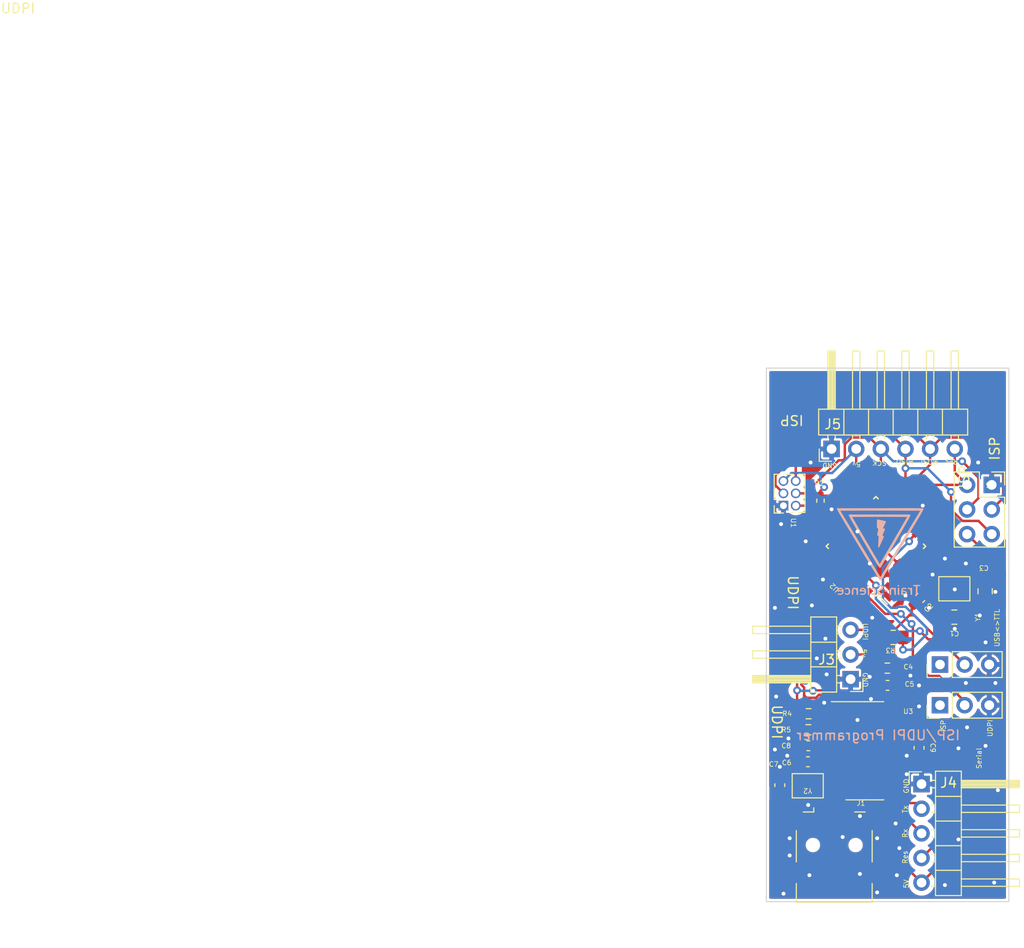
<source format=kicad_pcb>
(kicad_pcb (version 20221018) (generator pcbnew)
  (layers (0 "F.Cu" signal) (31 "B.Cu" signal) (34 "B.Paste" user) (35 "F.Paste" user) (36 "B.SilkS" user "B.Silkscreen") (37 "F.SilkS" user "F.Silkscreen") (38 "B.Mask" user) (39 "F.Mask" user) (44 "Edge.Cuts" user))
  (net 0 "")
  (net 1 "GND")
  (net 2 "/X1")
  (net 3 "+5V")
  (net 4 "/X2")
  (net 5 "Net-(U3-XI)")
  (net 6 "Net-(U3-XO)")
  (net 7 "Net-(U3-V3)")
  (net 8 "Net-(U3-~{DTR})")
  (net 9 "/USB_RESET")
  (net 10 "Net-(J1-D-)")
  (net 11 "Net-(J1-D+)")
  (net 13 "/RESET")
  (net 14 "/MOSI")
  (net 15 "/SCK")
  (net 16 "/MISO")
  (net 17 "/UDPI")
  (net 18 "/RX")
  (net 19 "/TX")
  (net 20 "/our_reset")
  (net 21 "Net-(U2-PD6)")
  (net 22 "Net-(U3-TXD)")
  (net 23 "Net-(U3-RXD)")
  (net 25 "Net-(SW2-B)")
  (footprint "Capacitor_SMD:C_0603_1608Metric_Pad1.08x0.95mm_HandSolder" (layer "F.Cu") (at 80.389 79.492 90)
    (fp_text reference "C7")
    (fp_text value "22pF")
  )
  (footprint "Connector_PinHeader_2.54mm:PinHeader_1x03_P2.54mm_Vertical" (layer "F.Cu") (at 96.901 67.056 90)
    (fp_text reference "SW101" hide)
    (fp_text value "SW_SPDT")
  )
  (footprint "Capacitor_SMD:C_0603_1608Metric_Pad1.08x0.95mm_HandSolder" (layer "F.Cu") (at 94.742 75.6375 -90)
    (fp_text reference "C9")
    (fp_text value "100nF")
  )
  (footprint "custom_kicad_lib_sk:crystal_arduino" (layer "F.Cu") (at 98.432 59.028)
    (fp_text reference "Y1")
    (fp_text value "Crystal_GND2")
  )
  (footprint "Resistor_SMD:R_0603_1608Metric_Pad0.98x0.95mm_HandSolder" (layer "F.Cu") (at 83.3335 73.777)
    (fp_text reference "R5")
    (fp_text value "1k")
  )
  (footprint "Capacitor_SMD:C_0603_1608Metric_Pad1.08x0.95mm_HandSolder" (layer "F.Cu") (at 83.3335 75.428)
    (fp_text reference "C8")
    (fp_text value "100nF")
  )
  (footprint "Resistor_SMD:R_0402_1005Metric_Pad0.72x0.64mm_HandSolder" (layer "F.Cu") (at 84.582 50.165 -90)
    (fp_text reference "R2")
    (fp_text value "10k")
  )
  (footprint "Capacitor_SMD:C_0603_1608Metric_Pad1.08x0.95mm_HandSolder" (layer "F.Cu") (at 94.869 60.198 -135)
    (fp_text reference "C2")
    (fp_text value "100nF")
  )
  (footprint "custom_kicad_lib_sk:crystal_arduino" (layer "F.Cu") (at 83.217 79.773 180)
    (fp_text reference "Y2")
    (fp_text value "Crystal")
  )
  (footprint "Connector_PinHeader_2.54mm:PinHeader_1x03_P2.54mm_Vertical" (layer "F.Cu") (at 96.901 71.247 90)
    (fp_text reference "SW2" hide)
    (fp_text value "SW_SPDT")
  )
  (footprint "Connector_PinSocket_1.27mm:PinSocket_2x03_P1.27mm_Vertical" (layer "F.Cu") (at 80.762 50.678 180)
    (fp_text reference "U1")
    (fp_text value "HEADER_3x2")
  )
  (footprint "Connector_PinHeader_2.54mm:PinHeader_1x06_P2.54mm_Horizontal" (layer "F.Cu") (at 85.725 44.831 90)
    (fp_text reference "J5")
    (fp_text value "1x6 ISP")
  )
  (footprint "Capacitor_SMD:C_0805_2012Metric_Pad1.18x1.45mm_HandSolder" (layer "F.Cu") (at 98.382 62.169 180)
    (fp_text reference "C1")
    (fp_text value "12pF")
  )
  (footprint "custom_kicad_lib_sk:R_0805_handsolder-smalltext" (layer "F.Cu") (at 92.075 64.262 180)
    (fp_text reference "R3")
    (fp_text value "4k7")
  )
  (footprint "Connector_PinHeader_2.54mm:PinHeader_1x03_P2.54mm_Horizontal" (layer "F.Cu") (at 87.687 68.565 180)
    (fp_text reference "J3")
    (fp_text value "UDPI")
  )
  (footprint "Capacitor_SMD:C_0603_1608Metric_Pad1.08x0.95mm_HandSolder" (layer "F.Cu") (at 91.5 69.205 180)
    (fp_text reference "C5")
    (fp_text value "100nF")
  )
  (footprint "Package_SO:SOIC-16_3.9x9.9mm_P1.27mm" (layer "F.Cu") (at 89.154 75.946)
    (fp_text reference "U3")
    (fp_text value "CH340G")
  )
  (footprint "Connector_USB:USB_Mini-B_Lumberg_2486_01_Horizontal" (layer "F.Cu") (at 86 85.666)
    (fp_text reference "J1")
    (fp_text value "USB_B_Mini")
  )
  (footprint "Package_QFP:TQFP-32_7x7mm_P0.8mm" (layer "F.Cu") (at 90.297 54.864 135)
    (fp_text reference "U2")
    (fp_text value "ATmega328-A")
  )
  (footprint "Capacitor_SMD:C_0603_1608Metric_Pad1.08x0.95mm_HandSolder" (layer "F.Cu") (at 83.2835 77.079 180)
    (fp_text reference "C6")
    (fp_text value "22pF")
  )
  (footprint "Resistor_SMD:R_0603_1608Metric" (layer "F.Cu") (at 91.4735 67.427 180)
    (fp_text reference "C4")
    (fp_text value "10uF")
  )
  (footprint "Connector_PinSocket_2.54mm:PinSocket_2x03_P2.54mm_Vertical" (layer "F.Cu") (at 102.235 48.535)
    (fp_text reference "J2")
    (fp_text value "2x3 ISP")
  )
  (footprint "Resistor_SMD:R_0603_1608Metric_Pad0.98x0.95mm_HandSolder" (layer "F.Cu") (at 83.357 72.126 180)
    (fp_text reference "R4")
    (fp_text value "1k")
  )
  (footprint "Connector_PinHeader_2.54mm:PinHeader_1x05_P2.54mm_Horizontal" (layer "F.Cu") (at 95 79.38)
    (fp_text reference "J4")
    (fp_text value "USB_TTL")
  )
  (footprint "Capacitor_SMD:C_0805_2012Metric_Pad1.18x1.45mm_HandSolder" (layer "F.Cu") (at 101.557 59.502 90)
    (fp_text reference "C3")
    (fp_text value "12pF")
  )
  (footprint "custom_kicad_lib_sk:Train-Science logo small" (layer "B.Cu") (at 90.678 55.499 180)
    (fp_text reference "G***" hide)
    (fp_text value "LOGO" hide)
  )
  (gr_rect (start 79 36.5) (end 104 91.5) (stroke (width 0.1)) (fill none) (layer "Edge.Cuts"))
  (gr_text "ISP/UDPI Programmer" (at 99.06 74.93) (layer "B.SilkS") (effects (font (size 1 1)) (justify left bottom mirror)))
  (gr_text "Res" (at 98.806 45.847 180) (layer "F.SilkS") (effects (font (size 0.5 0.5) (thickness 0.075)) (justify left bottom)))
  (gr_text "Rx" (at 93.599 84.963 90) (layer "F.SilkS") (effects (font (size 0.5 0.5) (thickness 0.075)) (justify left bottom)))
  (gr_text "UDPI" (at 88.9 62.738 -90) (layer "F.SilkS") (effects (font (size 0.5 0.5) (thickness 0.075)) (justify left bottom)))
  (gr_text "Serial" (at 101.219 77.851 90) (layer "F.SilkS") (effects (font (size 0.5 0.5) (thickness 0.075)) (justify left bottom)))
  (gr_text "5v" (at 88.773 46.101 180) (layer "F.SilkS") (effects (font (size 0.5 0.5) (thickness 0.075)) (justify left bottom)))
  (gr_text "5v" (at 88.773 65.405 -90) (layer "F.SilkS") (effects (font (size 0.5 0.5) (thickness 0.075)) (justify left bottom)))
  (gr_text "SCK" (at 91.44 45.974 180) (layer "F.SilkS") (effects (font (size 0.5 0.5) (thickness 0.075)) (justify left bottom)))
  (gr_text "USB<>TTL\n\n" (at 103.886 65.278 90) (layer "F.SilkS") (effects (font (size 0.5 0.5) (thickness 0.075)) (justify left bottom)))
  (gr_text "UDPI" (at 102.362 74.549 90) (layer "F.SilkS") (effects (font (size 0.5 0.5) (thickness 0.075)) (justify left bottom)))
  (gr_text "ISP" (at 97.536 74.041 90) (layer "F.SilkS") (effects (font (size 0.5 0.5) (thickness 0.075)) (justify left bottom)))
  (gr_text "GND\n" (at 93.726 80.391 90) (layer "F.SilkS") (effects (font (size 0.5 0.5) (thickness 0.075)) (justify left bottom)))
  (gr_text "ISP\n" (at 100 49 90) (layer "F.SilkS") (effects (font (size 1 1)) (justify left bottom)))
  (gr_text "Res\n" (at 93.599 87.63 90) (layer "F.SilkS") (effects (font (size 0.5 0.5) (thickness 0.075)) (justify left bottom)))
  (gr_text "Tx" (at 93.599 82.423 90) (layer "F.SilkS") (effects (font (size 0.5 0.5) (thickness 0.075)) (justify left bottom)))
  (gr_text "MOSI" (at 96.774 45.847 180) (layer "F.SilkS") (effects (font (size 0.5 0.5) (thickness 0.075)) (justify left bottom)))
  (gr_text "GND" (at 88.9 67.818 -90) (layer "F.SilkS") (effects (font (size 0.5 0.5) (thickness 0.075)) (justify left bottom)))
  (gr_text "UDPI" (at 81.153 57.785 -90) (layer "F.SilkS") (effects (font (size 1 1)) (justify left bottom)))
  (gr_text "ISP\n" (at 82.931 41.275 180) (layer "F.SilkS") (effects (font (size 1 1)) (justify left bottom)))
  (gr_text "5V" (at 93.726 90.17 90) (layer "F.SilkS") (effects (font (size 0.5 0.5) (thickness 0.075)) (justify left bottom)))
  (gr_text "MISO" (at 94.234 45.847 180) (layer "F.SilkS") (effects (font (size 0.5 0.5) (thickness 0.075)) (justify left bottom)))
  (gr_text "UDPI" (at 0 0) (layer "F.SilkS") (effects (font (size 1 1)) (justify left bottom)))
  (gr_text "ISP\n" (at 103.124 46.101 90) (layer "F.SilkS") (effects (font (size 1 1)) (justify left bottom)))
  (gr_text "GND" (at 86.36 46.228 180) (layer "F.SilkS") (effects (font (size 0.5 0.5) (thickness 0.075)) (justify left bottom)))
  (gr_text "UDPI" (at 79.502 71.12 -90) (layer "F.SilkS") (effects (font (size 1 1)) (justify left bottom)))
  (segment (start 96.906 58.298) (end 96.393 57.785) (width 0.25) (layer "F.Cu") (net 1))
  (segment (start 99.4195 62.169) (end 99.4195 62.3785) (width 0.25) (layer "F.Cu") (net 1))
  (segment (start 98.425 59.141) (end 98.425 59.309) (width 0.25) (layer "F.Cu") (net 1))
  (segment (start 97.582 58.298) (end 98.425 59.141) (width 0.25) (layer "F.Cu") (net 1))
  (segment (start 95.758 59.86724) (end 95.47888 59.58812) (width 0.25) (layer "F.Cu") (net 1))
  (segment (start 93.585047 57.694287) (end 95.47888 59.58812) (width 0.25) (layer "F.Cu") (net 1))
  (segment (start 83.312 81.304) (end 83.312 81.534) (width 0.25) (layer "F.Cu") (net 1))
  (segment (start 99.4195 62.169) (end 99.4195 60.2605) (width 0.25) (layer "F.Cu") (net 1))
  (segment (start 88.392 72.517) (end 88.392 72.771) (width 0.25) (layer "F.Cu") (net 1))
  (segment (start 88.011 53.34) (end 85.725 51.054) (width 0.25) (layer "F.Cu") (net 1))
  (segment (start 98.425 59.309) (end 98.593 59.309) (width 0.25) (layer "F.Cu") (net 1))
  (segment (start 90.377944 56.642) (end 89.662 56.642) (width 0.25) (layer "F.Cu") (net 1))
  (segment (start 88.392 53.34) (end 88.011 53.34) (width 0.25) (layer "F.Cu") (net 1))
  (segment (start 84.113 80.503) (end 83.312 81.304) (width 0.25) (layer "F.Cu") (net 1))
  (segment (start 80.4155 78.603) (end 80.389 78.6295) (width 0.25) (layer "F.Cu") (net 1))
  (segment (start 101.557 60.5395) (end 99.8235 60.5395) (width 0.25) (layer "F.Cu") (net 1))
  (segment (start 93.345 59.609056) (end 93.345 59.944) (width 0.25) (layer "F.Cu") (net 1))
  (segment (start 92.453676 58.717732) (end 90.377944 56.642) (width 0.25) (layer "F.Cu") (net 1))
  (segment (start 84.367 80.503) (end 84.113 80.503) (width 0.25) (layer "F.Cu") (net 1))
  (segment (start 83.082 81.534) (end 81.55 83.066) (width 0.25) (layer "F.Cu") (net 1))
  (segment (start 97.282 58.298) (end 97.582 58.298) (width 0.25) (layer "F.Cu") (net 1))
  (segment (start 92.453676 58.717732) (end 93.345 59.609056) (width 0.25) (layer "F.Cu") (net 1))
  (segment (start 99.8235 60.5395) (end 99.482 60.198) (width 0.25) (layer "F.Cu") (net 1))
  (segment (start 98.271 63.219) (end 96.768827 63.219) (width 0.25) (layer "F.Cu") (net 1))
  (segment (start 87.376 71.501) (end 88.392 72.517) (width 0.25) (layer "F.Cu") (net 1))
  (segment (start 97.282 58.298) (end 96.906 58.298) (width 0.25) (layer "F.Cu") (net 1))
  (segment (start 95.758 62.208173) (end 95.758 61.214) (width 0.25) (layer "F.Cu") (net 1))
  (segment (start 101.557 60.5395) (end 101.6395 60.5395) (width 0.25) (layer "F.Cu") (net 1))
  (segment (start 96.393 57.785) (end 96.139 57.785) (width 0.25) (layer "F.Cu") (net 1))
  (segment (start 82.167 77.333) (end 82.421 77.079) (width 0.25) (layer "F.Cu") (net 1))
  (segment (start 93.585047 57.586361) (end 93.585047 57.694287) (width 0.25) (layer "F.Cu") (net 1))
  (segment (start 101.6395 60.5395) (end 102.616 59.563) (width 0.25) (layer "F.Cu") (net 1))
  (segment (start 83.312 81.534) (end 83.082 81.534) (width 0.25) (layer "F.Cu") (net 1))
  (segment (start 82.167 78.603) (end 82.167 77.333) (width 0.25) (layer "F.Cu") (net 1))
  (segment (start 99.4195 62.3785) (end 98.425 63.373) (width 0.25) (layer "F.Cu") (net 1))
  (segment (start 82.167 78.603) (end 80.4155 78.603) (width 0.25) (layer "F.Cu") (net 1))
  (segment (start 95.758 61.214) (end 95.758 59.86724) (width 0.25) (layer "F.Cu") (net 1))
  (segment (start 96.768827 63.219) (end 95.758 62.208173) (width 0.25) (layer "F.Cu") (net 1))
  (segment (start 86.679 71.501) (end 87.376 71.501) (width 0.25) (layer "F.Cu") (net 1))
  (segment (start 99.4195 60.2605) (end 99.482 60.198) (width 0.25) (layer "F.Cu") (net 1))
  (segment (start 98.425 63.373) (end 98.271 63.219) (width 0.25) (layer "F.Cu") (net 1))
  (segment (start 98.593 59.309) (end 99.482 60.198) (width 0.25) (layer "F.Cu") (net 1))
  (via (at 79.883 61.214) (size 0.8) (drill 0.4) (layers "F.Cu" "B.Cu") (net 1))
  (via (at 99.568 68.961) (size 0.8) (drill 0.4) (layers "F.Cu" "B.Cu") (net 1))
  (via (at 80.518 52.578) (size 0.8) (drill 0.4) (layers "F.Cu" "B.Cu") (net 1))
  (via (at 84.963 70.993) (size 0.8) (drill 0.4) (layers "F.Cu" "B.Cu") (net 1))
  (via (at 88.646 82.677) (size 0.8) (drill 0.4) (layers "F.Cu" "B.Cu") (net 1))
  (via (at 81.407 84.963) (size 0.8) (drill 0.4) (layers "F.Cu" "B.Cu") (net 1))
  (via (at 89.789 70.612) (size 0.8) (drill 0.4) (layers "F.Cu" "B.Cu") (net 1))
  (via (at 83.566 46.228) (size 0.8) (drill 0.4) (layers "F.Cu" "B.Cu") (net 1))
  (via (at 83.312 81.534) (size 0.8) (drill 0.4) (layers "F.Cu" "B.Cu") (net 1))
  (via (at 101.6 64.77) (size 0.8) (drill 0.4) (layers "F.Cu" "B.Cu") (net 1))
  (via (at 89.662 56.642) (size 0.8) (drill 0.4) (layers "F.Cu" "B.Cu") (net 1))
  (via (at 84.201 66.421) (size 0.8) (drill 0.4) (layers "F.Cu" "B.Cu") (net 1))
  (via (at 92.329 83.439) (size 0.8) (drill 0.4) (layers "F.Cu" "B.Cu") (net 1))
  (via (at 88.392 53.34) (size 0.8) (drill 0.4) (layers "F.Cu" "B.Cu") (net 1))
  (via (at 84.836 58.293) (size 0.8) (drill 0.4) (layers "F.Cu" "B.Cu") (net 1))
  (via (at 95.758 61.214) (size 0.8) (drill 0.4) (layers "F.Cu" "B.Cu") (net 1))
  (via (at 93.472 78.359) (size 0.8) (drill 0.4) (layers "F.Cu" "B.Cu") (net 1))
  (via (at 102.616 59.563) (size 0.8) (drill 0.4) (layers "F.Cu" "B.Cu") (net 1))
  (via (at 80.01 70.358) (size 0.8) (drill 0.4) (layers "F.Cu" "B.Cu") (net 1))
  (via (at 99.695 73.533) (size 0.8) (drill 0.4) (layers "F.Cu" "B.Cu") (net 1))
  (via (at 89.662 68.326) (size 0.8) (drill 0.4) (layers "F.Cu" "B.Cu") (net 1))
  (via (at 98.425 63.373) (size 0.8) (drill 0.4) (layers "F.Cu" "B.Cu") (net 1))
  (via (at 99.568 56.642) (size 0.8) (drill 0.4) (layers "F.Cu" "B.Cu") (net 1))
  (via (at 88.646 88.646) (size 0.8) (drill 0.4) (layers "F.Cu" "B.Cu") (net 1))
  (via (at 98.806 85.09) (size 0.8) (drill 0.4) (layers "F.Cu" "B.Cu") (net 1))
  (via (at 102.489 89.535) (size 0.8) (drill 0.4) (layers "F.Cu" "B.Cu") (net 1))
  (via (at 95.123 50.673) (size 0.8) (drill 0.4) (layers "F.Cu" "B.Cu") (net 1))
  (via (at 90.424 84.963) (size 0.8) (drill 0.4) (layers "F.Cu" "B.Cu") (net 1))
  (via (at 86.868 84.836) (size 0.8) (drill 0.4) (layers "F.Cu" "B.Cu") (net 1))
  (via (at 97.409 89.789) (size 0.8) (drill 0.4) (layers "F.Cu" "B.Cu") (net 1))
  (via (at 80.772 90.678) (size 0.8) (drill 0.4) (layers "F.Cu" "B.Cu") (net 1))
  (via (at 101.6 75.438) (size 0.8) (drill 0.4) (layers "F.Cu" "B.Cu") (net 1))
  (via (at 92.456 88.773) (size 0.8) (drill 0.4) (layers "F.Cu" "B.Cu") (net 1))
  (via (at 88.392 72.771) (size 0.8) (drill 0.4) (layers "F.Cu" "B.Cu") (net 1))
  (via (at 83.693 60.96) (size 0.8) (drill 0.4) (layers "F.Cu" "B.Cu") (net 1))
  (via (at 89.916 62.23) (size 0.8) (drill 0.4) (layers "F.Cu" "B.Cu") (net 1))
  (via (at 94.742 71.374) (size 0.8) (drill 0.4) (layers "F.Cu" "B.Cu") (net 1))
  (via (at 102.87 80.01) (size 0.8) (drill 0.4) (layers "F.Cu" "B.Cu") (net 1))
  (via (at 97.409 56.134) (size 0.8) (drill 0.4) (layers "F.Cu" "B.Cu") (net 1))
  (via (at 93.853 68.199) (size 0.8) (drill 0.4) (layers "F.Cu" "B.Cu") (net 1))
  (via (at 79.883 75.819) (size 0.8) (drill 0.4) (layers "F.Cu" "B.Cu") (net 1))
  (via (at 80.391 77.597) (size 0.8) (drill 0.4) (layers "F.Cu" "B.Cu") (net 1))
  (via (at 90.424 90.551) (size 0.8) (drill 0.4) (layers "F.Cu" "B.Cu") (net 1))
  (via (at 81.407 86.741) (size 0.8) (drill 0.4) (layers "F.Cu" "B.Cu") (net 1))
  (via (at 81.153 76.454) (size 0.8) (drill 0.4) (layers "F.Cu" "B.Cu") (net 1))
  (via (at 93.472 76.454) (size 0.8) (drill 0.4) (layers "F.Cu" "B.Cu") (net 1))
  (via (at 85.217 68.072) (size 0.8) (drill 0.4) (layers "F.Cu" "B.Cu") (net 1))
  (via (at 92.71 85.979) (size 0.8) (drill 0.4) (layers "F.Cu" "B.Cu") (net 1))
  (via (at 83.058 54.356) (size 0.8) (drill 0.4) (layers "F.Cu" "B.Cu") (net 1))
  (via (at 102.616 68.961) (size 0.8) (drill 0.4) (layers "F.Cu" "B.Cu") (net 1))
  (via (at 98.806 75.692) (size 0.8) (drill 0.4) (layers "F.Cu" "B.Cu") (net 1))
  (via (at 101 62) (size 0.8) (drill 0.4) (layers "F.Cu" "B.Cu") (net 1))
  (via (at 100.838 46.228) (size 0.8) (drill 0.4) (layers "F.Cu" "B.Cu") (net 1))
  (via (at 83.439 88.773) (size 0.8) (drill 0.4) (layers "F.Cu" "B.Cu") (net 1))
  (via (at 98.425 59.309) (size 0.8) (drill 0.4) (layers "F.Cu" "B.Cu") (net 1))
  (via (at 81.28 74.676) (size 0.8) (drill 0.4) (layers "F.Cu" "B.Cu") (net 1))
  (via (at 96.139 57.785) (size 0.8) (drill 0.4) (layers "F.Cu" "B.Cu") (net 1))
  (via (at 85.725 51.054) (size 0.8) (drill 0.4) (layers "F.Cu" "B.Cu") (net 1))
  (via (at 85.09 64.389) (size 0.8) (drill 0.4) (layers "F.Cu" "B.Cu") (net 1))
  (via (at 93.345 59.944) (size 0.8) (drill 0.4) (layers "F.Cu" "B.Cu") (net 1))
  (via (at 94.742 69.215) (size 0.8) (drill 0.4) (layers "F.Cu" "B.Cu") (net 1))
  (segment (start 95.235872 56.974445) (end 95.235872 58.024872) (width 0.25) (layer "F.Cu") (net 2))
  (segment (start 97.282 60.198) (end 97.282 62.1065) (width 0.25) (layer "F.Cu") (net 2))
  (segment (start 97.282 60.071) (end 97.282 60.198) (width 0.25) (layer "F.Cu") (net 2))
  (segment (start 95.235872 58.024872) (end 97.282 60.071) (width 0.25) (layer "F.Cu") (net 2))
  (segment (start 94.716417 56.45499) (end 95.235872 56.974445) (width 0.25) (layer "F.Cu") (net 2))
  (segment (start 97.282 62.1065) (end 97.3445 62.169) (width 0.25) (layer "F.Cu") (net 2))
  (segment (start 92.15 63.573827) (end 92.15 65.988) (width 0.25) (layer "F.Cu") (net 3))
  (segment (start 92.15 65.988) (end 92.329 66.167) (width 0.25) (layer "F.Cu") (net 3))
  (segment (start 92.36075 56.41975) (end 92.61475 56.41975) (width 0.25) (layer "F.Cu") (net 3))
  (segment (start 97.029396 64.008) (end 96.266 64.008) (width 0.25) (layer "F.Cu") (net 3))
  (segment (start 84.582 49.149) (end 84.963 48.768) (width 0.25) (layer "F.Cu") (net 3))
  (segment (start 84.4 82.966) (end 84.4 84.066) (width 0.25) (layer "F.Cu") (net 3))
  (segment (start 87.884 49.403) (end 87.884 47.752) (width 0.25) (layer "F.Cu") (net 3))
  (segment (start 88.265 47.371) (end 88.265 44.831) (width 0.25) (layer "F.Cu") (net 3))
  (segment (start 88.70601 50.444583) (end 90.551 52.289573) (width 0.25) (layer "F.Cu") (net 3))
  (segment (start 94.237674 61.979674) (end 94.230326 61.979674) (width 0.25) (layer "F.Cu") (net 3))
  (segment (start 94.230326 61.979674) (end 94.223086 61.986914) (width 0.25) (layer "F.Cu") (net 3))
  (segment (start 92.329 66.167) (end 92.329 67.3965) (width 0.25) (layer "F.Cu") (net 3))
  (segment (start 93.98724 61.736587) (end 93.736914 61.986914) (width 0.25) (layer "F.Cu") (net 3))
  (segment (start 90.551 52.289573) (end 90.551 54.61) (width 0.25) (layer "F.Cu") (net 3))
  (segment (start 97.097 75.761) (end 92.837 71.501) (width 0.25) (layer "F.Cu") (net 3))
  (segment (start 93.98724 61.07976) (end 93.98724 61.736587) (width 0.25) (layer "F.Cu") (net 3))
  (segment (start 87.675 87.341) (end 92.801 87.341) (width 0.25) (layer "F.Cu") (net 3))
  (segment (start 90.8965 66.025) (end 87.687 66.025) (width 0.25) (layer "F.Cu") (net 3))
  (segment (start 92.36075 56.67375) (end 92.48775 56.54675) (width 0.25) (layer "F.Cu") (net 3))
  (segment (start 91.629 70.931) (end 91.629 71.501) (width 0.25) (layer "F.Cu") (net 3))
  (segment (start 94.25912 60.80788) (end 94.25912 59.391806) (width 0.25) (layer "F.Cu") (net 3))
  (segment (start 93.019361 58.152047) (end 92.202 57.334686) (width 0.25) (layer "F.Cu") (net 3))
  (segment (start 92.202 56.8325) (end 92.36075 56.67375) (width 0.25) (layer "F.Cu") (net 3))
  (segment (start 95 89.54) (end 97.097 87.443) (width 0.25) (layer "F.Cu") (net 3))
  (segment (start 84.582 49.5675) (end 84.582 49.149) (width 0.25) (layer "F.Cu") (net 3))
  (segment (start 88.671583 50.444583) (end 87.884 49.657) (width 0.25) (layer "F.Cu") (net 3))
  (segment (start 87.63 49.657) (end 84.6715 49.657) (width 0.25) (layer "F.Cu") (net 3))
  (segment (start 93.391056 56.261) (end 94.150732 57.020676) (width 0.25) (layer "F.Cu") (net 3))
  (segment (start 96.266 64.008) (end 94.237674 61.979674) (width 0.25) (layer "F.Cu") (net 3))
  (segment (start 94.223086 61.986914) (end 93.736914 61.986914) (width 0.25) (layer "F.Cu") (net 3))
  (segment (start 92.36075 56.67375) (end 92.36075 56.41975) (width 0.25) (layer "F.Cu") (net 3))
  (segment (start 97.097 87.443) (end 97.097 75.761) (width 0.25) (layer "F.Cu") (net 3))
  (segment (start 92.3625 69.205) (end 92.3625 70.1975) (width 0.25) (layer "F.Cu") (net 3))
  (segment (start 92.329 67.3965) (end 92.2985 67.427) (width 0.25) (layer "F.Cu") (net 3))
  (segment (start 93.736914 61.986914) (end 92.15 63.573827) (width 0.25) (layer "F.Cu") (net 3))
  (segment (start 92.2985 67.427) (end 90.8965 66.025) (width 0.25) (layer "F.Cu") (net 3))
  (segment (start 99.695 53.615) (end 103.575 57.495) (width 0.25) (layer "F.Cu") (net 3))
  (segment (start 90.551 54.61) (end 92.329 56.388) (width 0.25) (layer "F.Cu") (net 3))
  (segment (start 97.410396 64.389) (end 97.029396 64.008) (width 0.25) (layer "F.Cu") (net 3))
  (segment (start 92.3625 69.205) (end 92.3625 67.491) (width 0.25) (layer "F.Cu") (net 3))
  (segment (start 87.884 49.657) (end 87.63 49.657) (width 0.25) (layer "F.Cu") (net 3))
  (segment (start 92.329 56.388) (end 92.36075 56.41975) (width 0.25) (layer "F.Cu") (net 3))
  (segment (start 92.837 71.501) (end 91.629 71.501) (width 0.25) (layer "F.Cu") (net 3))
  (segment (start 84.6715 49.657) (end 84.582 49.5675) (width 0.25) (layer "F.Cu") (net 3))
  (segment (start 87.884 49.403) (end 87.63 49.657) (width 0.25) (layer "F.Cu") (net 3))
  (segment (start 88.70601 50.444583) (end 88.671583 50.444583) (width 0.25) (layer "F.Cu") (net 3))
  (segment (start 87.884 49.657) (end 87.884 49.403) (width 0.25) (layer "F.Cu") (net 3))
  (segment (start 94.25912 59.391806) (end 93.019361 58.152047) (width 0.25) (layer "F.Cu") (net 3))
  (segment (start 92.202 57.334686) (end 92.202 56.8325) (width 0.25) (layer "F.Cu") (net 3))
  (segment (start 84.4 84.066) (end 87.675 87.341) (width 0.25) (layer "F.Cu") (net 3))
  (segment (start 94.25912 60.80788) (end 93.98724 61.07976) (width 0.25) (layer "F.Cu") (net 3))
  (segment (start 92.329 56.388) (end 92.48775 56.54675) (width 0.25) (layer "F.Cu") (net 3))
  (segment (start 92.3625 70.1975) (end 91.629 70.931) (width 0.25) (layer "F.Cu") (net 3))
  (segment (start 92.7735 56.261) (end 93.391056 56.261) (width 0.25) (layer "F.Cu") (net 3))
  (segment (start 92.48775 56.54675) (end 92.61475 56.41975) (width 0.25) (layer "F.Cu") (net 3))
  (segment (start 87.884 47.752) (end 88.265 47.371) (width 0.25) (layer "F.Cu") (net 3))
  (segment (start 100.457 64.389) (end 97.410396 64.389) (width 0.25) (layer "F.Cu") (net 3))
  (segment (start 103.575 57.495) (end 103.575 61.271) (width 0.25) (layer "F.Cu") (net 3))
  (segment (start 103.575 61.271) (end 100.457 64.389) (width 0.25) (layer "F.Cu") (net 3))
  (segment (start 92.801 87.341) (end 95 89.54) (width 0.25) (layer "F.Cu") (net 3))
  (segment (start 92.61475 56.41975) (end 92.7735 56.261) (width 0.25) (layer "F.Cu") (net 3))
  (segment (start 94.230326 61.979674) (end 93.98724 61.736587) (width 0.25) (layer "F.Cu") (net 3))
  (via (at 84.963 48.768) (size 0.8) (drill 0.4) (layers "F.Cu" "B.Cu") (net 3))
  (segment (start 81.587 47.313) (end 84.328 47.313) (width 0.25) (layer "B.Cu") (net 3))
  (segment (start 84.836 47.313) (end 85.783 47.313) (width 0.25) (layer "B.Cu") (net 3))
  (segment (start 84.582 47.567) (end 84.836 47.313) (width 0.25) (layer "B.Cu") (net 3))
  (segment (start 84.582 47.567) (end 84.328 47.313) (width 0.25) (layer "B.Cu") (net 3))
  (segment (start 84.582 48.387) (end 84.582 47.567) (width 0.25) (layer "B.Cu") (net 3))
  (segment (start 85.783 47.313) (end 88.265 44.831) (width 0.25) (layer "B.Cu") (net 3))
  (segment (start 84.328 47.313) (end 84.836 47.313) (width 0.25) (layer "B.Cu") (net 3))
  (segment (start 84.963 48.768) (end 84.582 48.387) (width 0.25) (layer "B.Cu") (net 3))
  (segment (start 80.762 48.138) (end 81.587 47.313) (width 0.25) (layer "B.Cu") (net 3))
  (segment (start 98.461 57.277) (end 99.482 58.298) (width 0.25) (layer "F.Cu") (net 4))
  (segment (start 95.282103 55.889305) (end 96.669798 57.277) (width 0.25) (layer "F.Cu") (net 4))
  (segment (start 96.669798 57.277) (end 98.461 57.277) (width 0.25) (layer "F.Cu") (net 4))
  (segment (start 101.3905 58.298) (end 101.557 58.4645) (width 0.25) (layer "F.Cu") (net 4))
  (segment (start 99.482 58.298) (end 101.3905 58.298) (width 0.25) (layer "F.Cu") (net 4))
  (segment (start 84.367 78.603) (end 84.367 77.3) (width 0.25) (layer "F.Cu") (net 5))
  (segment (start 84.885 79.121) (end 84.367 78.603) (width 0.25) (layer "F.Cu") (net 5))
  (segment (start 86.679 79.121) (end 84.885 79.121) (width 0.25) (layer "F.Cu") (net 5))
  (segment (start 84.367 77.3) (end 84.146 77.079) (width 0.25) (layer "F.Cu") (net 5))
  (segment (start 82.167 80.503) (end 80.5375 80.503) (width 0.25) (layer "F.Cu") (net 6))
  (segment (start 82.167 80.503) (end 83.092 79.578) (width 0.25) (layer "F.Cu") (net 6))
  (segment (start 80.5375 80.503) (end 80.389 80.3545) (width 0.25) (layer "F.Cu") (net 6))
  (segment (start 83.092 79.578) (end 85.166 79.578) (width 0.25) (layer "F.Cu") (net 6))
  (segment (start 85.166 79.578) (end 85.979 80.391) (width 0.25) (layer "F.Cu") (net 6))
  (segment (start 85.979 80.391) (end 86.679 80.391) (width 0.25) (layer "F.Cu") (net 6))
  (segment (start 84.196 75.428) (end 86.562 75.428) (width 0.25) (layer "F.Cu") (net 7))
  (segment (start 86.562 75.428) (end 86.679 75.311) (width 0.25) (layer "F.Cu") (net 7))
  (segment (start 91.629 75.311) (end 94.206 75.311) (width 0.25) (layer "F.Cu") (net 8))
  (segment (start 94.206 75.311) (end 94.742 74.775) (width 0.25) (layer "F.Cu") (net 8))
  (segment (start 94.742 76.5) (end 94.788 76.5) (width 0.25) (layer "F.Cu") (net 9))
  (segment (start 96.647 78.359) (end 96.647 85.353) (width 0.25) (layer "F.Cu") (net 9))
  (segment (start 96.647 85.353) (end 95 87) (width 0.25) (layer "F.Cu") (net 9))
  (segment (start 94.788 76.5) (end 96.647 78.359) (width 0.25) (layer "F.Cu") (net 9))
  (segment (start 87.979 78.454) (end 87.376 77.851) (width 0.25) (layer "F.Cu") (net 10))
  (segment (start 87.700751 81.016) (end 87.979 80.737751) (width 0.25) (layer "F.Cu") (net 10))
  (segment (start 87.979 80.737751) (end 87.979 78.454) (width 0.25) (layer "F.Cu") (net 10))
  (segment (start 85.2 82.966) (end 85.2 81.716) (width 0.25) (layer "F.Cu") (net 10))
  (segment (start 85.2 81.716) (end 85.9 81.016) (width 0.25) (layer "F.Cu") (net 10))
  (segment (start 87.376 77.851) (end 86.679 77.851) (width 0.25) (layer "F.Cu") (net 10))
  (segment (start 85.9 81.016) (end 87.700751 81.016) (width 0.25) (layer "F.Cu") (net 10))
  (segment (start 87.469875 76.581) (end 86.679 76.581) (width 0.25) (layer "F.Cu") (net 11))
  (segment (start 86 81.716) (end 86.25 81.466) (width 0.25) (layer "F.Cu") (net 11))
  (segment (start 88.429 80.924147) (end 88.429 77.540125) (width 0.25) (layer "F.Cu") (net 11))
  (segment (start 88.429 77.540125) (end 87.469875 76.581) (width 0.25) (layer "F.Cu") (net 11))
  (segment (start 86 82.966) (end 86 81.716) (width 0.25) (layer "F.Cu") (net 11))
  (segment (start 87.887147 81.466) (end 88.429 80.924147) (width 0.25) (layer "F.Cu") (net 11))
  (segment (start 86.25 81.466) (end 87.887147 81.466) (width 0.25) (layer "F.Cu") (net 11))
  (segment (start 98.425 44.831) (end 98.425 47.265) (width 0.25) (layer "F.Cu") (net 13))
  (segment (start 94.928944 48.535) (end 92.453676 51.010268) (width 0.25) (layer "F.Cu") (net 13))
  (segment (start 99.695 48.535) (end 94.928944 48.535) (width 0.25) (layer "F.Cu") (net 13))
  (segment (start 98.425 47.265) (end 99.695 48.535) (width 0.25) (layer "F.Cu") (net 13))
  (segment (start 95.885 44.831) (end 95.885 46.447573) (width 0.25) (layer "F.Cu") (net 14))
  (segment (start 95.885 46.447573) (end 91.88799 50.444583) (width 0.25) (layer "F.Cu") (net 14))
  (segment (start 99.706 43.656) (end 103.41 47.36) (width 0.25) (layer "F.Cu") (net 14))
  (segment (start 79.937 47.571) (end 79.937 48.583) (width 0.25) (layer "F.Cu") (net 14))
  (segment (start 97.06 43.656) (end 99.706 43.656) (width 0.25) (layer "F.Cu") (net 14))
  (segment (start 95.885 44.831) (end 97.06 43.656) (width 0.25) (layer "F.Cu") (net 14))
  (segment (start 79.937 48.583) (end 80.762 49.408) (width 0.25) (layer "F.Cu") (net 14))
  (segment (start 84.963 42.545) (end 79.937 47.571) (width 0.25) (layer "F.Cu") (net 14))
  (segment (start 103.41 49.9) (end 102.235 51.075) (width 0.25) (layer "F.Cu") (net 14))
  (segment (start 95.885 44.831) (end 93.599 42.545) (width 0.25) (layer "F.Cu") (net 14))
  (segment (start 103.41 47.36) (end 103.41 49.9) (width 0.25) (layer "F.Cu") (net 14))
  (segment (start 93.599 42.545) (end 84.963 42.545) (width 0.25) (layer "F.Cu") (net 14))
  (segment (start 100.87 49.9) (end 100.87 47.784) (width 0.25) (layer "F.Cu") (net 15))
  (segment (start 86.9 46.006) (end 87.09 45.816) (width 0.25) (layer "F.Cu") (net 15))
  (segment (start 89.271695 49.878897) (end 90.805 48.345592) (width 0.25) (layer "F.Cu") (net 15))
  (segment (start 87.09 45.816) (end 87.09 44.344299) (width 0.25) (layer "F.Cu") (net 15))
  (segment (start 87.09 44.344299) (end 87.778299 43.656) (width 0.25) (layer "F.Cu") (net 15))
  (segment (start 86.455 46.006) (end 86.9 46.006) (width 0.25) (layer "F.Cu") (net 15))
  (segment (start 89.63 43.656) (end 90.805 44.831) (width 0.25) (layer "F.Cu") (net 15))
  (segment (start 87.778299 43.656) (end 89.63 43.656) (width 0.25) (layer "F.Cu") (net 15))
  (segment (start 90.805 48.345592) (end 90.805 44.831) (width 0.25) (layer "F.Cu") (net 15))
  (segment (start 99.695 51.075) (end 100.87 49.9) (width 0.25) (layer "F.Cu") (net 15))
  (segment (start 100.87 47.784) (end 99.187 46.101) (width 0.25) (layer "F.Cu") (net 15))
  (segment (start 83.053 49.408) (end 86.455 46.006) (width 0.25) (layer "F.Cu") (net 15))
  (segment (start 82.032 49.408) (end 83.053 49.408) (width 0.25) (layer "F.Cu") (net 15))
  (via (at 99.187 46.101) (size 0.8) (drill 0.4) (layers "F.Cu" "B.Cu") (net 15))
  (segment (start 92.075 46.101) (end 90.805 44.831) (width 0.25) (layer "B.Cu") (net 15))
  (segment (start 99.187 46.101) (end 92.075 46.101) (width 0.25) (layer "B.Cu") (net 15))
  (segment (start 91.509 42.995) (end 93.345 44.831) (width 0.25) (layer "F.Cu") (net 16))
  (segment (start 93.345 44.831) (end 93.345 47.856202) (width 0.25) (layer "F.Cu") (net 16))
  (segment (start 93.345 47.856202) (end 91.322305 49.878897) (width 0.25) (layer "F.Cu") (net 16))
  (segment (start 85.211 42.995) (end 91.509 42.995) (width 0.25) (layer "F.Cu") (net 16))
  (segment (start 99.208299 52.25) (end 98.044 51.085701) (width 0.25) (layer "F.Cu") (net 16))
  (segment (start 82.032 48.138) (end 82.032 46.174) (width 0.25) (layer "F.Cu") (net 16))
  (segment (start 98.044 51.085701) (end 98.044 49.2595) (width 0.25) (layer "F.Cu") (net 16))
  (segment (start 100.87 52.25) (end 99.208299 52.25) (width 0.25) (layer "F.Cu") (net 16))
  (segment (start 102.235 53.615) (end 100.87 52.25) (width 0.25) (layer "F.Cu") (net 16))
  (segment (start 82.032 46.174) (end 85.211 42.995) (width 0.25) (layer "F.Cu") (net 16))
  (via (at 93.345 46.8255) (size 0.8) (drill 0.4) (layers "F.Cu" "B.Cu") (net 16))
  (via (at 98.044 49.2595) (size 0.8) (drill 0.4) (layers "F.Cu" "B.Cu") (net 16))
  (segment (start 95.61 46.8255) (end 93.345 46.8255) (width 0.25) (layer "B.Cu") (net 16))
  (segment (start 98.044 49.2595) (end 95.61 46.8255) (width 0.25) (layer "B.Cu") (net 16))
  (segment (start 90.298 63.485) (end 91.075 64.262) (width 0.25) (layer "F.Cu") (net 17))
  (segment (start 87.687 63.485) (end 90.298 63.485) (width 0.25) (layer "F.Cu") (net 17))
  (segment (start 87.52 69.74) (end 86.529 69.74) (width 0.25) (layer "F.Cu") (net 18))
  (segment (start 82.4445 72.126) (end 82.17 71.8515) (width 0.25) (layer "F.Cu") (net 18))
  (segment (start 89.662 80.389604) (end 89.662 71.882) (width 0.25) (layer "F.Cu") (net 18))
  (segment (start 86.529 69.74) (end 86.512 69.723) (width 0.25) (layer "F.Cu") (net 18))
  (segment (start 89.662 71.882) (end 87.52 69.74) (width 0.25) (layer "F.Cu") (net 18))
  (segment (start 86.512 69.723) (end 83.8575 69.723) (width 0.25) (layer "F.Cu") (net 18))
  (segment (start 82.17 71.8515) (end 82.17 64.688056) (width 0.25) (layer "F.Cu") (net 18))
  (segment (start 83.8575 69.723) (end 83.82 69.7605) (width 0.25) (layer "F.Cu") (net 18))
  (segment (start 95 81.92) (end 94.418 81.338) (width 0.25) (layer "F.Cu") (net 18))
  (segment (start 94.418 81.338) (end 90.610396 81.338) (width 0.25) (layer "F.Cu") (net 18))
  (segment (start 82.17 64.688056) (end 88.140324 58.717732) (width 0.25) (layer "F.Cu") (net 18))
  (segment (start 90.610396 81.338) (end 89.662 80.389604) (width 0.25) (layer "F.Cu") (net 18))
  (via (at 82.17 69.723) (size 0.8) (drill 0.4) (layers "F.Cu" "B.Cu") (net 18))
  (via (at 83.82 69.7605) (size 0.8) (drill 0.4) (layers "F.Cu" "B.Cu") (net 18))
  (segment (start 83.82 69.7605) (end 82.2075 69.7605) (width 0.25) (layer "B.Cu") (net 18))
  (segment (start 82.2075 69.7605) (end 82.17 69.723) (width 0.25) (layer "B.Cu") (net 18))
  (segment (start 82.8945 70.739) (end 82.8945 71.0835) (width 0.25) (layer "F.Cu") (net 19))
  (segment (start 89.212 72.068396) (end 89.212 80.576) (width 0.25) (layer "F.Cu") (net 19))
  (segment (start 82.8945 69.422195) (end 82.8945 70.231) (width 0.25) (layer "F.Cu") (net 19))
  (segment (start 87.333604 70.19) (end 89.212 72.068396) (width 0.25) (layer "F.Cu") (net 19))
  (segment (start 86.325604 70.173) (end 86.342604 70.19) (width 0.25) (layer "F.Cu") (net 19))
  (segment (start 84.432805 70.173) (end 86.325604 70.173) (width 0.25) (layer "F.Cu") (net 19))
  (segment (start 82.62 69.147695) (end 82.8945 69.422195) (width 0.25) (layer "F.Cu") (net 19))
  (segment (start 84.120805 70.485) (end 84.432805 70.173) (width 0.25) (layer "F.Cu") (net 19))
  (segment (start 92.328 81.788) (end 95 84.46) (width 0.25) (layer "F.Cu") (net 19))
  (segment (start 83.1485 70.485) (end 82.8945 70.231) (width 0.25) (layer "F.Cu") (net 19))
  (segment (start 82.8945 70.485) (end 83.185 70.485) (width 0.25) (layer "F.Cu") (net 19))
  (segment (start 83.257 72.941) (end 82.421 73.777) (width 0.25) (layer "F.Cu") (net 19))
  (segment (start 82.8945 71.0835) (end 83.257 71.446) (width 0.25) (layer "F.Cu") (net 19))
  (segment (start 82.8945 70.485) (end 82.8945 70.739) (width 0.25) (layer "F.Cu") (net 19))
  (segment (start 87.399726 60.094726) (end 82.62 64.874452) (width 0.25) (layer "F.Cu") (net 19))
  (segment (start 83.1485 70.485) (end 82.8945 70.739) (width 0.25) (layer "F.Cu") (net 19))
  (segment (start 83.185 70.485) (end 83.1485 70.485) (width 0.25) (layer "F.Cu") (net 19))
  (segment (start 88.70601 59.283417) (end 87.894701 60.094726) (width 0.25) (layer "F.Cu") (net 19))
  (segment (start 83.257 71.446) (end 83.257 72.941) (width 0.25) (layer "F.Cu") (net 19))
  (segment (start 83.185 70.485) (end 84.120805 70.485) (width 0.25) (layer "F.Cu") (net 19))
  (segment (start 86.342604 70.19) (end 87.333604 70.19) (width 0.25) (layer "F.Cu") (net 19))
  (segment (start 90.424 81.788) (end 92.328 81.788) (width 0.25) (layer "F.Cu") (net 19))
  (segment (start 87.894701 60.094726) (end 87.399726 60.094726) (width 0.25) (layer "F.Cu") (net 19))
  (segment (start 82.62 64.874452) (end 82.62 69.147695) (width 0.25) (layer "F.Cu") (net 19))
  (segment (start 89.212 80.576) (end 90.424 81.788) (width 0.25) (layer "F.Cu") (net 19))
  (segment (start 82.8945 70.231) (end 82.8945 70.485) (width 0.25) (layer "F.Cu") (net 19))
  (segment (start 84.137257 51.117743) (end 81.407 53.848) (width 0.25) (layer "F.Cu") (net 20))
  (segment (start 95.684584 64.458) (end 94.8315 63.604916) (width 0.25) (layer "F.Cu") (net 20))
  (segment (start 88.322686 57.404) (end 87.574639 58.152047) (width 0.25) (layer "F.Cu") (net 20))
  (segment (start 84.4975 50.678) (end 84.582 50.7625) (width 0.25) (layer "F.Cu") (net 20))
  (segment (start 81.407 53.848) (end 81.407 57.023) (width 0.25) (layer "F.Cu") (net 20))
  (segment (start 99.441 67.056) (end 96.843 64.458) (width 0.25) (layer "F.Cu") (net 20))
  (segment (start 81.407 57.023) (end 84.074 59.69) (width 0.25) (layer "F.Cu") (net 20))
  (segment (start 90.297 58.895214) (end 88.805786 57.404) (width 0.25) (layer "F.Cu") (net 20))
  (segment (start 88.805786 57.404) (end 88.322686 57.404) (width 0.25) (layer "F.Cu") (net 20))
  (segment (start 82.032 50.678) (end 84.4975 50.678) (width 0.25) (layer "F.Cu") (net 20))
  (segment (start 84.582 50.7625) (end 84.226757 51.117743) (width 0.25) (layer "F.Cu") (net 20))
  (segment (start 84.226757 51.117743) (end 84.137257 51.117743) (width 0.25) (layer "F.Cu") (net 20))
  (segment (start 86.036686 59.69) (end 87.574639 58.152047) (width 0.25) (layer "F.Cu") (net 20))
  (segment (start 84.074 59.69) (end 86.036686 59.69) (width 0.25) (layer "F.Cu") (net 20))
  (segment (start 96.843 64.458) (end 95.684584 64.458) (width 0.25) (layer "F.Cu") (net 20))
  (via (at 90.297 58.895214) (size 0.8) (drill 0.4) (layers "F.Cu" "B.Cu") (net 20))
  (via (at 94.8315 63.604916) (size 0.8) (drill 0.4) (layers "F.Cu" "B.Cu") (net 20))
  (segment (start 90.297 60.284461) (end 90.297 58.895214) (width 0.25) (layer "B.Cu") (net 20))
  (segment (start 93.617455 63.604916) (end 90.297 60.284461) (width 0.25) (layer "B.Cu") (net 20))
  (segment (start 94.8315 63.604916) (end 93.617455 63.604916) (width 0.25) (layer "B.Cu") (net 20))
  (segment (start 93.726 54.263427) (end 94.716417 53.27301) (width 0.25) (layer "F.Cu") (net 21))
  (segment (start 93.075 64.262) (end 93.075 65.516) (width 0.25) (layer "F.Cu") (net 21))
  (segment (start 93.726 54.356) (end 93.726 54.263427) (width 0.25) (layer "F.Cu") (net 21))
  (segment (start 93.075 65.516) (end 93.091 65.532) (width 0.25) (layer "F.Cu") (net 21))
  (via (at 93.091 65.532) (size 0.8) (drill 0.4) (layers "F.Cu" "B.Cu") (net 21))
  (via (at 93.726 54.356) (size 0.8) (drill 0.4) (layers "F.Cu" "B.Cu") (net 21))
  (segment (start 93.929721 65.532) (end 95.5565 63.905221) (width 0.25) (layer "B.Cu") (net 21))
  (segment (start 95.5565 63.905221) (end 95.5565 63.2985) (width 0.25) (layer "B.Cu") (net 21))
  (segment (start 91.862935 61.214) (end 91.022 60.373065) (width 0.25) (layer "B.Cu") (net 21))
  (segment (start 91.022 57.06) (end 93.726 54.356) (width 0.25) (layer "B.Cu") (net 21))
  (segment (start 92.568232 61.105693) (end 92.459925 61.214) (width 0.25) (layer "B.Cu") (net 21))
  (segment (start 95.5565 63.2985) (end 93.363693 61.105693) (width 0.25) (layer "B.Cu") (net 21))
  (segment (start 92.459925 61.214) (end 91.862935 61.214) (width 0.25) (layer "B.Cu") (net 21))
  (segment (start 93.091 65.532) (end 93.929721 65.532) (width 0.25) (layer "B.Cu") (net 21))
  (segment (start 91.022 60.373065) (end 91.022 57.06) (width 0.25) (layer "B.Cu") (net 21))
  (segment (start 93.363693 61.105693) (end 92.568232 61.105693) (width 0.25) (layer "B.Cu") (net 21))
  (segment (start 84.9145 72.771) (end 86.679 72.771) (width 0.25) (layer "F.Cu") (net 22))
  (segment (start 84.2695 72.126) (end 84.9145 72.771) (width 0.25) (layer "F.Cu") (net 22))
  (segment (start 84.51 74.041) (end 84.246 73.777) (width 0.25) (layer "F.Cu") (net 23))
  (segment (start 86.679 74.041) (end 84.51 74.041) (width 0.25) (layer "F.Cu") (net 23))
  (segment (start 96.806 68.231) (end 95.726 68.231) (width 0.25) (layer "F.Cu") (net 25))
  (segment (start 92.868537 61.830693) (end 91.253285 61.830693) (width 0.25) (layer "F.Cu") (net 25))
  (segment (start 91.253285 61.830693) (end 89.271695 59.849103) (width 0.25) (layer "F.Cu") (net 25))
  (segment (start 99.441 70.866) (end 96.806 68.231) (width 0.25) (layer "F.Cu") (net 25))
  (segment (start 95.726 68.231) (end 94.107 66.612) (width 0.25) (layer "F.Cu") (net 25))
  (segment (start 94.107 62.992) (end 93.98 62.865) (width 0.25) (layer "F.Cu") (net 25))
  (segment (start 99.441 71.247) (end 99.441 70.866) (width 0.25) (layer "F.Cu") (net 25))
  (segment (start 94.107 66.612) (end 94.107 62.992) (width 0.25) (layer "F.Cu") (net 25))
  (via (at 93.98 62.865) (size 0.8) (drill 0.4) (layers "F.Cu" "B.Cu") (net 25))
  (via (at 92.868537 61.830693) (size 0.8) (drill 0.4) (layers "F.Cu" "B.Cu") (net 25))
  (segment (start 93.902844 62.865) (end 92.868537 61.830693) (width 0.25) (layer "B.Cu") (net 25))
  (segment (start 93.98 62.865) (end 93.902844 62.865) (width 0.25) (layer "B.Cu") (net 25))
  (zone (net 1) (net_name "GND") (layers "F&B.Cu") (connect_pads (clearance 0.5)) (min_thickness 0.25) (fill yes (thermal_gap 0.25) (thermal_bridge_width 0.5))
    (polygon (pts (xy 78.5 36) (xy 104.5 36) (xy 104.5 92) (xy 78.5 92)))
  )
)
</source>
